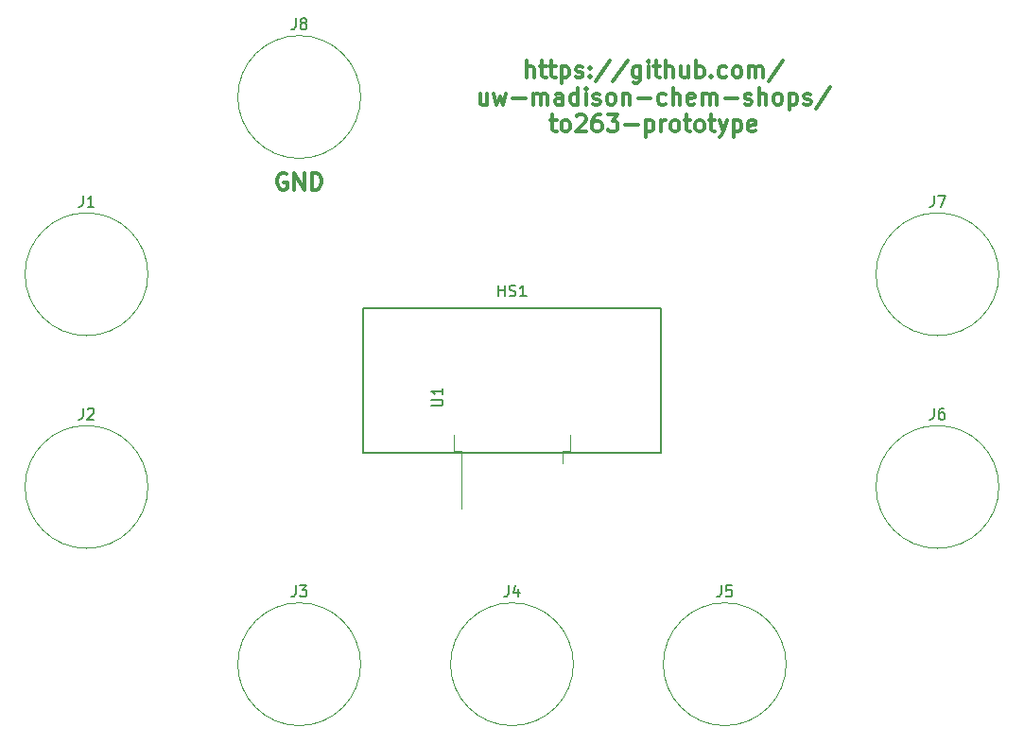
<source format=gbr>
%TF.GenerationSoftware,KiCad,Pcbnew,7.0.9*%
%TF.CreationDate,2023-11-14T16:22:47-06:00*%
%TF.ProjectId,to263-prototype,746f3236-332d-4707-926f-746f74797065,rev?*%
%TF.SameCoordinates,Original*%
%TF.FileFunction,Legend,Top*%
%TF.FilePolarity,Positive*%
%FSLAX46Y46*%
G04 Gerber Fmt 4.6, Leading zero omitted, Abs format (unit mm)*
G04 Created by KiCad (PCBNEW 7.0.9) date 2023-11-14 16:22:47*
%MOMM*%
%LPD*%
G01*
G04 APERTURE LIST*
%ADD10C,0.300000*%
%ADD11C,0.150000*%
%ADD12C,0.120000*%
G04 APERTURE END LIST*
D10*
X90242855Y-49063328D02*
X90242855Y-47563328D01*
X90885713Y-49063328D02*
X90885713Y-48277614D01*
X90885713Y-48277614D02*
X90814284Y-48134757D01*
X90814284Y-48134757D02*
X90671427Y-48063328D01*
X90671427Y-48063328D02*
X90457141Y-48063328D01*
X90457141Y-48063328D02*
X90314284Y-48134757D01*
X90314284Y-48134757D02*
X90242855Y-48206185D01*
X91385713Y-48063328D02*
X91957141Y-48063328D01*
X91599998Y-47563328D02*
X91599998Y-48849042D01*
X91599998Y-48849042D02*
X91671427Y-48991900D01*
X91671427Y-48991900D02*
X91814284Y-49063328D01*
X91814284Y-49063328D02*
X91957141Y-49063328D01*
X92242856Y-48063328D02*
X92814284Y-48063328D01*
X92457141Y-47563328D02*
X92457141Y-48849042D01*
X92457141Y-48849042D02*
X92528570Y-48991900D01*
X92528570Y-48991900D02*
X92671427Y-49063328D01*
X92671427Y-49063328D02*
X92814284Y-49063328D01*
X93314284Y-48063328D02*
X93314284Y-49563328D01*
X93314284Y-48134757D02*
X93457142Y-48063328D01*
X93457142Y-48063328D02*
X93742856Y-48063328D01*
X93742856Y-48063328D02*
X93885713Y-48134757D01*
X93885713Y-48134757D02*
X93957142Y-48206185D01*
X93957142Y-48206185D02*
X94028570Y-48349042D01*
X94028570Y-48349042D02*
X94028570Y-48777614D01*
X94028570Y-48777614D02*
X93957142Y-48920471D01*
X93957142Y-48920471D02*
X93885713Y-48991900D01*
X93885713Y-48991900D02*
X93742856Y-49063328D01*
X93742856Y-49063328D02*
X93457142Y-49063328D01*
X93457142Y-49063328D02*
X93314284Y-48991900D01*
X94599999Y-48991900D02*
X94742856Y-49063328D01*
X94742856Y-49063328D02*
X95028570Y-49063328D01*
X95028570Y-49063328D02*
X95171427Y-48991900D01*
X95171427Y-48991900D02*
X95242856Y-48849042D01*
X95242856Y-48849042D02*
X95242856Y-48777614D01*
X95242856Y-48777614D02*
X95171427Y-48634757D01*
X95171427Y-48634757D02*
X95028570Y-48563328D01*
X95028570Y-48563328D02*
X94814285Y-48563328D01*
X94814285Y-48563328D02*
X94671427Y-48491900D01*
X94671427Y-48491900D02*
X94599999Y-48349042D01*
X94599999Y-48349042D02*
X94599999Y-48277614D01*
X94599999Y-48277614D02*
X94671427Y-48134757D01*
X94671427Y-48134757D02*
X94814285Y-48063328D01*
X94814285Y-48063328D02*
X95028570Y-48063328D01*
X95028570Y-48063328D02*
X95171427Y-48134757D01*
X95885713Y-48920471D02*
X95957142Y-48991900D01*
X95957142Y-48991900D02*
X95885713Y-49063328D01*
X95885713Y-49063328D02*
X95814285Y-48991900D01*
X95814285Y-48991900D02*
X95885713Y-48920471D01*
X95885713Y-48920471D02*
X95885713Y-49063328D01*
X95885713Y-48134757D02*
X95957142Y-48206185D01*
X95957142Y-48206185D02*
X95885713Y-48277614D01*
X95885713Y-48277614D02*
X95814285Y-48206185D01*
X95814285Y-48206185D02*
X95885713Y-48134757D01*
X95885713Y-48134757D02*
X95885713Y-48277614D01*
X97671428Y-47491900D02*
X96385714Y-49420471D01*
X99242857Y-47491900D02*
X97957143Y-49420471D01*
X100385715Y-48063328D02*
X100385715Y-49277614D01*
X100385715Y-49277614D02*
X100314286Y-49420471D01*
X100314286Y-49420471D02*
X100242857Y-49491900D01*
X100242857Y-49491900D02*
X100100000Y-49563328D01*
X100100000Y-49563328D02*
X99885715Y-49563328D01*
X99885715Y-49563328D02*
X99742857Y-49491900D01*
X100385715Y-48991900D02*
X100242857Y-49063328D01*
X100242857Y-49063328D02*
X99957143Y-49063328D01*
X99957143Y-49063328D02*
X99814286Y-48991900D01*
X99814286Y-48991900D02*
X99742857Y-48920471D01*
X99742857Y-48920471D02*
X99671429Y-48777614D01*
X99671429Y-48777614D02*
X99671429Y-48349042D01*
X99671429Y-48349042D02*
X99742857Y-48206185D01*
X99742857Y-48206185D02*
X99814286Y-48134757D01*
X99814286Y-48134757D02*
X99957143Y-48063328D01*
X99957143Y-48063328D02*
X100242857Y-48063328D01*
X100242857Y-48063328D02*
X100385715Y-48134757D01*
X101100000Y-49063328D02*
X101100000Y-48063328D01*
X101100000Y-47563328D02*
X101028572Y-47634757D01*
X101028572Y-47634757D02*
X101100000Y-47706185D01*
X101100000Y-47706185D02*
X101171429Y-47634757D01*
X101171429Y-47634757D02*
X101100000Y-47563328D01*
X101100000Y-47563328D02*
X101100000Y-47706185D01*
X101600001Y-48063328D02*
X102171429Y-48063328D01*
X101814286Y-47563328D02*
X101814286Y-48849042D01*
X101814286Y-48849042D02*
X101885715Y-48991900D01*
X101885715Y-48991900D02*
X102028572Y-49063328D01*
X102028572Y-49063328D02*
X102171429Y-49063328D01*
X102671429Y-49063328D02*
X102671429Y-47563328D01*
X103314287Y-49063328D02*
X103314287Y-48277614D01*
X103314287Y-48277614D02*
X103242858Y-48134757D01*
X103242858Y-48134757D02*
X103100001Y-48063328D01*
X103100001Y-48063328D02*
X102885715Y-48063328D01*
X102885715Y-48063328D02*
X102742858Y-48134757D01*
X102742858Y-48134757D02*
X102671429Y-48206185D01*
X104671430Y-48063328D02*
X104671430Y-49063328D01*
X104028572Y-48063328D02*
X104028572Y-48849042D01*
X104028572Y-48849042D02*
X104100001Y-48991900D01*
X104100001Y-48991900D02*
X104242858Y-49063328D01*
X104242858Y-49063328D02*
X104457144Y-49063328D01*
X104457144Y-49063328D02*
X104600001Y-48991900D01*
X104600001Y-48991900D02*
X104671430Y-48920471D01*
X105385715Y-49063328D02*
X105385715Y-47563328D01*
X105385715Y-48134757D02*
X105528573Y-48063328D01*
X105528573Y-48063328D02*
X105814287Y-48063328D01*
X105814287Y-48063328D02*
X105957144Y-48134757D01*
X105957144Y-48134757D02*
X106028573Y-48206185D01*
X106028573Y-48206185D02*
X106100001Y-48349042D01*
X106100001Y-48349042D02*
X106100001Y-48777614D01*
X106100001Y-48777614D02*
X106028573Y-48920471D01*
X106028573Y-48920471D02*
X105957144Y-48991900D01*
X105957144Y-48991900D02*
X105814287Y-49063328D01*
X105814287Y-49063328D02*
X105528573Y-49063328D01*
X105528573Y-49063328D02*
X105385715Y-48991900D01*
X106742858Y-48920471D02*
X106814287Y-48991900D01*
X106814287Y-48991900D02*
X106742858Y-49063328D01*
X106742858Y-49063328D02*
X106671430Y-48991900D01*
X106671430Y-48991900D02*
X106742858Y-48920471D01*
X106742858Y-48920471D02*
X106742858Y-49063328D01*
X108100002Y-48991900D02*
X107957144Y-49063328D01*
X107957144Y-49063328D02*
X107671430Y-49063328D01*
X107671430Y-49063328D02*
X107528573Y-48991900D01*
X107528573Y-48991900D02*
X107457144Y-48920471D01*
X107457144Y-48920471D02*
X107385716Y-48777614D01*
X107385716Y-48777614D02*
X107385716Y-48349042D01*
X107385716Y-48349042D02*
X107457144Y-48206185D01*
X107457144Y-48206185D02*
X107528573Y-48134757D01*
X107528573Y-48134757D02*
X107671430Y-48063328D01*
X107671430Y-48063328D02*
X107957144Y-48063328D01*
X107957144Y-48063328D02*
X108100002Y-48134757D01*
X108957144Y-49063328D02*
X108814287Y-48991900D01*
X108814287Y-48991900D02*
X108742858Y-48920471D01*
X108742858Y-48920471D02*
X108671430Y-48777614D01*
X108671430Y-48777614D02*
X108671430Y-48349042D01*
X108671430Y-48349042D02*
X108742858Y-48206185D01*
X108742858Y-48206185D02*
X108814287Y-48134757D01*
X108814287Y-48134757D02*
X108957144Y-48063328D01*
X108957144Y-48063328D02*
X109171430Y-48063328D01*
X109171430Y-48063328D02*
X109314287Y-48134757D01*
X109314287Y-48134757D02*
X109385716Y-48206185D01*
X109385716Y-48206185D02*
X109457144Y-48349042D01*
X109457144Y-48349042D02*
X109457144Y-48777614D01*
X109457144Y-48777614D02*
X109385716Y-48920471D01*
X109385716Y-48920471D02*
X109314287Y-48991900D01*
X109314287Y-48991900D02*
X109171430Y-49063328D01*
X109171430Y-49063328D02*
X108957144Y-49063328D01*
X110100001Y-49063328D02*
X110100001Y-48063328D01*
X110100001Y-48206185D02*
X110171430Y-48134757D01*
X110171430Y-48134757D02*
X110314287Y-48063328D01*
X110314287Y-48063328D02*
X110528573Y-48063328D01*
X110528573Y-48063328D02*
X110671430Y-48134757D01*
X110671430Y-48134757D02*
X110742859Y-48277614D01*
X110742859Y-48277614D02*
X110742859Y-49063328D01*
X110742859Y-48277614D02*
X110814287Y-48134757D01*
X110814287Y-48134757D02*
X110957144Y-48063328D01*
X110957144Y-48063328D02*
X111171430Y-48063328D01*
X111171430Y-48063328D02*
X111314287Y-48134757D01*
X111314287Y-48134757D02*
X111385716Y-48277614D01*
X111385716Y-48277614D02*
X111385716Y-49063328D01*
X113171430Y-47491900D02*
X111885716Y-49420471D01*
X86671427Y-50478328D02*
X86671427Y-51478328D01*
X86028569Y-50478328D02*
X86028569Y-51264042D01*
X86028569Y-51264042D02*
X86099998Y-51406900D01*
X86099998Y-51406900D02*
X86242855Y-51478328D01*
X86242855Y-51478328D02*
X86457141Y-51478328D01*
X86457141Y-51478328D02*
X86599998Y-51406900D01*
X86599998Y-51406900D02*
X86671427Y-51335471D01*
X87242855Y-50478328D02*
X87528570Y-51478328D01*
X87528570Y-51478328D02*
X87814284Y-50764042D01*
X87814284Y-50764042D02*
X88099998Y-51478328D01*
X88099998Y-51478328D02*
X88385712Y-50478328D01*
X88957141Y-50906900D02*
X90099999Y-50906900D01*
X90814284Y-51478328D02*
X90814284Y-50478328D01*
X90814284Y-50621185D02*
X90885713Y-50549757D01*
X90885713Y-50549757D02*
X91028570Y-50478328D01*
X91028570Y-50478328D02*
X91242856Y-50478328D01*
X91242856Y-50478328D02*
X91385713Y-50549757D01*
X91385713Y-50549757D02*
X91457142Y-50692614D01*
X91457142Y-50692614D02*
X91457142Y-51478328D01*
X91457142Y-50692614D02*
X91528570Y-50549757D01*
X91528570Y-50549757D02*
X91671427Y-50478328D01*
X91671427Y-50478328D02*
X91885713Y-50478328D01*
X91885713Y-50478328D02*
X92028570Y-50549757D01*
X92028570Y-50549757D02*
X92099999Y-50692614D01*
X92099999Y-50692614D02*
X92099999Y-51478328D01*
X93457142Y-51478328D02*
X93457142Y-50692614D01*
X93457142Y-50692614D02*
X93385713Y-50549757D01*
X93385713Y-50549757D02*
X93242856Y-50478328D01*
X93242856Y-50478328D02*
X92957142Y-50478328D01*
X92957142Y-50478328D02*
X92814284Y-50549757D01*
X93457142Y-51406900D02*
X93314284Y-51478328D01*
X93314284Y-51478328D02*
X92957142Y-51478328D01*
X92957142Y-51478328D02*
X92814284Y-51406900D01*
X92814284Y-51406900D02*
X92742856Y-51264042D01*
X92742856Y-51264042D02*
X92742856Y-51121185D01*
X92742856Y-51121185D02*
X92814284Y-50978328D01*
X92814284Y-50978328D02*
X92957142Y-50906900D01*
X92957142Y-50906900D02*
X93314284Y-50906900D01*
X93314284Y-50906900D02*
X93457142Y-50835471D01*
X94814285Y-51478328D02*
X94814285Y-49978328D01*
X94814285Y-51406900D02*
X94671427Y-51478328D01*
X94671427Y-51478328D02*
X94385713Y-51478328D01*
X94385713Y-51478328D02*
X94242856Y-51406900D01*
X94242856Y-51406900D02*
X94171427Y-51335471D01*
X94171427Y-51335471D02*
X94099999Y-51192614D01*
X94099999Y-51192614D02*
X94099999Y-50764042D01*
X94099999Y-50764042D02*
X94171427Y-50621185D01*
X94171427Y-50621185D02*
X94242856Y-50549757D01*
X94242856Y-50549757D02*
X94385713Y-50478328D01*
X94385713Y-50478328D02*
X94671427Y-50478328D01*
X94671427Y-50478328D02*
X94814285Y-50549757D01*
X95528570Y-51478328D02*
X95528570Y-50478328D01*
X95528570Y-49978328D02*
X95457142Y-50049757D01*
X95457142Y-50049757D02*
X95528570Y-50121185D01*
X95528570Y-50121185D02*
X95599999Y-50049757D01*
X95599999Y-50049757D02*
X95528570Y-49978328D01*
X95528570Y-49978328D02*
X95528570Y-50121185D01*
X96171428Y-51406900D02*
X96314285Y-51478328D01*
X96314285Y-51478328D02*
X96599999Y-51478328D01*
X96599999Y-51478328D02*
X96742856Y-51406900D01*
X96742856Y-51406900D02*
X96814285Y-51264042D01*
X96814285Y-51264042D02*
X96814285Y-51192614D01*
X96814285Y-51192614D02*
X96742856Y-51049757D01*
X96742856Y-51049757D02*
X96599999Y-50978328D01*
X96599999Y-50978328D02*
X96385714Y-50978328D01*
X96385714Y-50978328D02*
X96242856Y-50906900D01*
X96242856Y-50906900D02*
X96171428Y-50764042D01*
X96171428Y-50764042D02*
X96171428Y-50692614D01*
X96171428Y-50692614D02*
X96242856Y-50549757D01*
X96242856Y-50549757D02*
X96385714Y-50478328D01*
X96385714Y-50478328D02*
X96599999Y-50478328D01*
X96599999Y-50478328D02*
X96742856Y-50549757D01*
X97671428Y-51478328D02*
X97528571Y-51406900D01*
X97528571Y-51406900D02*
X97457142Y-51335471D01*
X97457142Y-51335471D02*
X97385714Y-51192614D01*
X97385714Y-51192614D02*
X97385714Y-50764042D01*
X97385714Y-50764042D02*
X97457142Y-50621185D01*
X97457142Y-50621185D02*
X97528571Y-50549757D01*
X97528571Y-50549757D02*
X97671428Y-50478328D01*
X97671428Y-50478328D02*
X97885714Y-50478328D01*
X97885714Y-50478328D02*
X98028571Y-50549757D01*
X98028571Y-50549757D02*
X98100000Y-50621185D01*
X98100000Y-50621185D02*
X98171428Y-50764042D01*
X98171428Y-50764042D02*
X98171428Y-51192614D01*
X98171428Y-51192614D02*
X98100000Y-51335471D01*
X98100000Y-51335471D02*
X98028571Y-51406900D01*
X98028571Y-51406900D02*
X97885714Y-51478328D01*
X97885714Y-51478328D02*
X97671428Y-51478328D01*
X98814285Y-50478328D02*
X98814285Y-51478328D01*
X98814285Y-50621185D02*
X98885714Y-50549757D01*
X98885714Y-50549757D02*
X99028571Y-50478328D01*
X99028571Y-50478328D02*
X99242857Y-50478328D01*
X99242857Y-50478328D02*
X99385714Y-50549757D01*
X99385714Y-50549757D02*
X99457143Y-50692614D01*
X99457143Y-50692614D02*
X99457143Y-51478328D01*
X100171428Y-50906900D02*
X101314286Y-50906900D01*
X102671429Y-51406900D02*
X102528571Y-51478328D01*
X102528571Y-51478328D02*
X102242857Y-51478328D01*
X102242857Y-51478328D02*
X102100000Y-51406900D01*
X102100000Y-51406900D02*
X102028571Y-51335471D01*
X102028571Y-51335471D02*
X101957143Y-51192614D01*
X101957143Y-51192614D02*
X101957143Y-50764042D01*
X101957143Y-50764042D02*
X102028571Y-50621185D01*
X102028571Y-50621185D02*
X102100000Y-50549757D01*
X102100000Y-50549757D02*
X102242857Y-50478328D01*
X102242857Y-50478328D02*
X102528571Y-50478328D01*
X102528571Y-50478328D02*
X102671429Y-50549757D01*
X103314285Y-51478328D02*
X103314285Y-49978328D01*
X103957143Y-51478328D02*
X103957143Y-50692614D01*
X103957143Y-50692614D02*
X103885714Y-50549757D01*
X103885714Y-50549757D02*
X103742857Y-50478328D01*
X103742857Y-50478328D02*
X103528571Y-50478328D01*
X103528571Y-50478328D02*
X103385714Y-50549757D01*
X103385714Y-50549757D02*
X103314285Y-50621185D01*
X105242857Y-51406900D02*
X105100000Y-51478328D01*
X105100000Y-51478328D02*
X104814286Y-51478328D01*
X104814286Y-51478328D02*
X104671428Y-51406900D01*
X104671428Y-51406900D02*
X104600000Y-51264042D01*
X104600000Y-51264042D02*
X104600000Y-50692614D01*
X104600000Y-50692614D02*
X104671428Y-50549757D01*
X104671428Y-50549757D02*
X104814286Y-50478328D01*
X104814286Y-50478328D02*
X105100000Y-50478328D01*
X105100000Y-50478328D02*
X105242857Y-50549757D01*
X105242857Y-50549757D02*
X105314286Y-50692614D01*
X105314286Y-50692614D02*
X105314286Y-50835471D01*
X105314286Y-50835471D02*
X104600000Y-50978328D01*
X105957142Y-51478328D02*
X105957142Y-50478328D01*
X105957142Y-50621185D02*
X106028571Y-50549757D01*
X106028571Y-50549757D02*
X106171428Y-50478328D01*
X106171428Y-50478328D02*
X106385714Y-50478328D01*
X106385714Y-50478328D02*
X106528571Y-50549757D01*
X106528571Y-50549757D02*
X106600000Y-50692614D01*
X106600000Y-50692614D02*
X106600000Y-51478328D01*
X106600000Y-50692614D02*
X106671428Y-50549757D01*
X106671428Y-50549757D02*
X106814285Y-50478328D01*
X106814285Y-50478328D02*
X107028571Y-50478328D01*
X107028571Y-50478328D02*
X107171428Y-50549757D01*
X107171428Y-50549757D02*
X107242857Y-50692614D01*
X107242857Y-50692614D02*
X107242857Y-51478328D01*
X107957142Y-50906900D02*
X109100000Y-50906900D01*
X109742857Y-51406900D02*
X109885714Y-51478328D01*
X109885714Y-51478328D02*
X110171428Y-51478328D01*
X110171428Y-51478328D02*
X110314285Y-51406900D01*
X110314285Y-51406900D02*
X110385714Y-51264042D01*
X110385714Y-51264042D02*
X110385714Y-51192614D01*
X110385714Y-51192614D02*
X110314285Y-51049757D01*
X110314285Y-51049757D02*
X110171428Y-50978328D01*
X110171428Y-50978328D02*
X109957143Y-50978328D01*
X109957143Y-50978328D02*
X109814285Y-50906900D01*
X109814285Y-50906900D02*
X109742857Y-50764042D01*
X109742857Y-50764042D02*
X109742857Y-50692614D01*
X109742857Y-50692614D02*
X109814285Y-50549757D01*
X109814285Y-50549757D02*
X109957143Y-50478328D01*
X109957143Y-50478328D02*
X110171428Y-50478328D01*
X110171428Y-50478328D02*
X110314285Y-50549757D01*
X111028571Y-51478328D02*
X111028571Y-49978328D01*
X111671429Y-51478328D02*
X111671429Y-50692614D01*
X111671429Y-50692614D02*
X111600000Y-50549757D01*
X111600000Y-50549757D02*
X111457143Y-50478328D01*
X111457143Y-50478328D02*
X111242857Y-50478328D01*
X111242857Y-50478328D02*
X111100000Y-50549757D01*
X111100000Y-50549757D02*
X111028571Y-50621185D01*
X112600000Y-51478328D02*
X112457143Y-51406900D01*
X112457143Y-51406900D02*
X112385714Y-51335471D01*
X112385714Y-51335471D02*
X112314286Y-51192614D01*
X112314286Y-51192614D02*
X112314286Y-50764042D01*
X112314286Y-50764042D02*
X112385714Y-50621185D01*
X112385714Y-50621185D02*
X112457143Y-50549757D01*
X112457143Y-50549757D02*
X112600000Y-50478328D01*
X112600000Y-50478328D02*
X112814286Y-50478328D01*
X112814286Y-50478328D02*
X112957143Y-50549757D01*
X112957143Y-50549757D02*
X113028572Y-50621185D01*
X113028572Y-50621185D02*
X113100000Y-50764042D01*
X113100000Y-50764042D02*
X113100000Y-51192614D01*
X113100000Y-51192614D02*
X113028572Y-51335471D01*
X113028572Y-51335471D02*
X112957143Y-51406900D01*
X112957143Y-51406900D02*
X112814286Y-51478328D01*
X112814286Y-51478328D02*
X112600000Y-51478328D01*
X113742857Y-50478328D02*
X113742857Y-51978328D01*
X113742857Y-50549757D02*
X113885715Y-50478328D01*
X113885715Y-50478328D02*
X114171429Y-50478328D01*
X114171429Y-50478328D02*
X114314286Y-50549757D01*
X114314286Y-50549757D02*
X114385715Y-50621185D01*
X114385715Y-50621185D02*
X114457143Y-50764042D01*
X114457143Y-50764042D02*
X114457143Y-51192614D01*
X114457143Y-51192614D02*
X114385715Y-51335471D01*
X114385715Y-51335471D02*
X114314286Y-51406900D01*
X114314286Y-51406900D02*
X114171429Y-51478328D01*
X114171429Y-51478328D02*
X113885715Y-51478328D01*
X113885715Y-51478328D02*
X113742857Y-51406900D01*
X115028572Y-51406900D02*
X115171429Y-51478328D01*
X115171429Y-51478328D02*
X115457143Y-51478328D01*
X115457143Y-51478328D02*
X115600000Y-51406900D01*
X115600000Y-51406900D02*
X115671429Y-51264042D01*
X115671429Y-51264042D02*
X115671429Y-51192614D01*
X115671429Y-51192614D02*
X115600000Y-51049757D01*
X115600000Y-51049757D02*
X115457143Y-50978328D01*
X115457143Y-50978328D02*
X115242858Y-50978328D01*
X115242858Y-50978328D02*
X115100000Y-50906900D01*
X115100000Y-50906900D02*
X115028572Y-50764042D01*
X115028572Y-50764042D02*
X115028572Y-50692614D01*
X115028572Y-50692614D02*
X115100000Y-50549757D01*
X115100000Y-50549757D02*
X115242858Y-50478328D01*
X115242858Y-50478328D02*
X115457143Y-50478328D01*
X115457143Y-50478328D02*
X115600000Y-50549757D01*
X117385715Y-49906900D02*
X116100001Y-51835471D01*
X92314286Y-52893328D02*
X92885714Y-52893328D01*
X92528571Y-52393328D02*
X92528571Y-53679042D01*
X92528571Y-53679042D02*
X92600000Y-53821900D01*
X92600000Y-53821900D02*
X92742857Y-53893328D01*
X92742857Y-53893328D02*
X92885714Y-53893328D01*
X93600000Y-53893328D02*
X93457143Y-53821900D01*
X93457143Y-53821900D02*
X93385714Y-53750471D01*
X93385714Y-53750471D02*
X93314286Y-53607614D01*
X93314286Y-53607614D02*
X93314286Y-53179042D01*
X93314286Y-53179042D02*
X93385714Y-53036185D01*
X93385714Y-53036185D02*
X93457143Y-52964757D01*
X93457143Y-52964757D02*
X93600000Y-52893328D01*
X93600000Y-52893328D02*
X93814286Y-52893328D01*
X93814286Y-52893328D02*
X93957143Y-52964757D01*
X93957143Y-52964757D02*
X94028572Y-53036185D01*
X94028572Y-53036185D02*
X94100000Y-53179042D01*
X94100000Y-53179042D02*
X94100000Y-53607614D01*
X94100000Y-53607614D02*
X94028572Y-53750471D01*
X94028572Y-53750471D02*
X93957143Y-53821900D01*
X93957143Y-53821900D02*
X93814286Y-53893328D01*
X93814286Y-53893328D02*
X93600000Y-53893328D01*
X94671429Y-52536185D02*
X94742857Y-52464757D01*
X94742857Y-52464757D02*
X94885715Y-52393328D01*
X94885715Y-52393328D02*
X95242857Y-52393328D01*
X95242857Y-52393328D02*
X95385715Y-52464757D01*
X95385715Y-52464757D02*
X95457143Y-52536185D01*
X95457143Y-52536185D02*
X95528572Y-52679042D01*
X95528572Y-52679042D02*
X95528572Y-52821900D01*
X95528572Y-52821900D02*
X95457143Y-53036185D01*
X95457143Y-53036185D02*
X94600000Y-53893328D01*
X94600000Y-53893328D02*
X95528572Y-53893328D01*
X96814286Y-52393328D02*
X96528571Y-52393328D01*
X96528571Y-52393328D02*
X96385714Y-52464757D01*
X96385714Y-52464757D02*
X96314286Y-52536185D01*
X96314286Y-52536185D02*
X96171428Y-52750471D01*
X96171428Y-52750471D02*
X96100000Y-53036185D01*
X96100000Y-53036185D02*
X96100000Y-53607614D01*
X96100000Y-53607614D02*
X96171428Y-53750471D01*
X96171428Y-53750471D02*
X96242857Y-53821900D01*
X96242857Y-53821900D02*
X96385714Y-53893328D01*
X96385714Y-53893328D02*
X96671428Y-53893328D01*
X96671428Y-53893328D02*
X96814286Y-53821900D01*
X96814286Y-53821900D02*
X96885714Y-53750471D01*
X96885714Y-53750471D02*
X96957143Y-53607614D01*
X96957143Y-53607614D02*
X96957143Y-53250471D01*
X96957143Y-53250471D02*
X96885714Y-53107614D01*
X96885714Y-53107614D02*
X96814286Y-53036185D01*
X96814286Y-53036185D02*
X96671428Y-52964757D01*
X96671428Y-52964757D02*
X96385714Y-52964757D01*
X96385714Y-52964757D02*
X96242857Y-53036185D01*
X96242857Y-53036185D02*
X96171428Y-53107614D01*
X96171428Y-53107614D02*
X96100000Y-53250471D01*
X97457142Y-52393328D02*
X98385714Y-52393328D01*
X98385714Y-52393328D02*
X97885714Y-52964757D01*
X97885714Y-52964757D02*
X98099999Y-52964757D01*
X98099999Y-52964757D02*
X98242857Y-53036185D01*
X98242857Y-53036185D02*
X98314285Y-53107614D01*
X98314285Y-53107614D02*
X98385714Y-53250471D01*
X98385714Y-53250471D02*
X98385714Y-53607614D01*
X98385714Y-53607614D02*
X98314285Y-53750471D01*
X98314285Y-53750471D02*
X98242857Y-53821900D01*
X98242857Y-53821900D02*
X98099999Y-53893328D01*
X98099999Y-53893328D02*
X97671428Y-53893328D01*
X97671428Y-53893328D02*
X97528571Y-53821900D01*
X97528571Y-53821900D02*
X97457142Y-53750471D01*
X99028570Y-53321900D02*
X100171428Y-53321900D01*
X100885713Y-52893328D02*
X100885713Y-54393328D01*
X100885713Y-52964757D02*
X101028571Y-52893328D01*
X101028571Y-52893328D02*
X101314285Y-52893328D01*
X101314285Y-52893328D02*
X101457142Y-52964757D01*
X101457142Y-52964757D02*
X101528571Y-53036185D01*
X101528571Y-53036185D02*
X101599999Y-53179042D01*
X101599999Y-53179042D02*
X101599999Y-53607614D01*
X101599999Y-53607614D02*
X101528571Y-53750471D01*
X101528571Y-53750471D02*
X101457142Y-53821900D01*
X101457142Y-53821900D02*
X101314285Y-53893328D01*
X101314285Y-53893328D02*
X101028571Y-53893328D01*
X101028571Y-53893328D02*
X100885713Y-53821900D01*
X102242856Y-53893328D02*
X102242856Y-52893328D01*
X102242856Y-53179042D02*
X102314285Y-53036185D01*
X102314285Y-53036185D02*
X102385714Y-52964757D01*
X102385714Y-52964757D02*
X102528571Y-52893328D01*
X102528571Y-52893328D02*
X102671428Y-52893328D01*
X103385713Y-53893328D02*
X103242856Y-53821900D01*
X103242856Y-53821900D02*
X103171427Y-53750471D01*
X103171427Y-53750471D02*
X103099999Y-53607614D01*
X103099999Y-53607614D02*
X103099999Y-53179042D01*
X103099999Y-53179042D02*
X103171427Y-53036185D01*
X103171427Y-53036185D02*
X103242856Y-52964757D01*
X103242856Y-52964757D02*
X103385713Y-52893328D01*
X103385713Y-52893328D02*
X103599999Y-52893328D01*
X103599999Y-52893328D02*
X103742856Y-52964757D01*
X103742856Y-52964757D02*
X103814285Y-53036185D01*
X103814285Y-53036185D02*
X103885713Y-53179042D01*
X103885713Y-53179042D02*
X103885713Y-53607614D01*
X103885713Y-53607614D02*
X103814285Y-53750471D01*
X103814285Y-53750471D02*
X103742856Y-53821900D01*
X103742856Y-53821900D02*
X103599999Y-53893328D01*
X103599999Y-53893328D02*
X103385713Y-53893328D01*
X104314285Y-52893328D02*
X104885713Y-52893328D01*
X104528570Y-52393328D02*
X104528570Y-53679042D01*
X104528570Y-53679042D02*
X104599999Y-53821900D01*
X104599999Y-53821900D02*
X104742856Y-53893328D01*
X104742856Y-53893328D02*
X104885713Y-53893328D01*
X105599999Y-53893328D02*
X105457142Y-53821900D01*
X105457142Y-53821900D02*
X105385713Y-53750471D01*
X105385713Y-53750471D02*
X105314285Y-53607614D01*
X105314285Y-53607614D02*
X105314285Y-53179042D01*
X105314285Y-53179042D02*
X105385713Y-53036185D01*
X105385713Y-53036185D02*
X105457142Y-52964757D01*
X105457142Y-52964757D02*
X105599999Y-52893328D01*
X105599999Y-52893328D02*
X105814285Y-52893328D01*
X105814285Y-52893328D02*
X105957142Y-52964757D01*
X105957142Y-52964757D02*
X106028571Y-53036185D01*
X106028571Y-53036185D02*
X106099999Y-53179042D01*
X106099999Y-53179042D02*
X106099999Y-53607614D01*
X106099999Y-53607614D02*
X106028571Y-53750471D01*
X106028571Y-53750471D02*
X105957142Y-53821900D01*
X105957142Y-53821900D02*
X105814285Y-53893328D01*
X105814285Y-53893328D02*
X105599999Y-53893328D01*
X106528571Y-52893328D02*
X107099999Y-52893328D01*
X106742856Y-52393328D02*
X106742856Y-53679042D01*
X106742856Y-53679042D02*
X106814285Y-53821900D01*
X106814285Y-53821900D02*
X106957142Y-53893328D01*
X106957142Y-53893328D02*
X107099999Y-53893328D01*
X107457142Y-52893328D02*
X107814285Y-53893328D01*
X108171428Y-52893328D02*
X107814285Y-53893328D01*
X107814285Y-53893328D02*
X107671428Y-54250471D01*
X107671428Y-54250471D02*
X107599999Y-54321900D01*
X107599999Y-54321900D02*
X107457142Y-54393328D01*
X108742856Y-52893328D02*
X108742856Y-54393328D01*
X108742856Y-52964757D02*
X108885714Y-52893328D01*
X108885714Y-52893328D02*
X109171428Y-52893328D01*
X109171428Y-52893328D02*
X109314285Y-52964757D01*
X109314285Y-52964757D02*
X109385714Y-53036185D01*
X109385714Y-53036185D02*
X109457142Y-53179042D01*
X109457142Y-53179042D02*
X109457142Y-53607614D01*
X109457142Y-53607614D02*
X109385714Y-53750471D01*
X109385714Y-53750471D02*
X109314285Y-53821900D01*
X109314285Y-53821900D02*
X109171428Y-53893328D01*
X109171428Y-53893328D02*
X108885714Y-53893328D01*
X108885714Y-53893328D02*
X108742856Y-53821900D01*
X110671428Y-53821900D02*
X110528571Y-53893328D01*
X110528571Y-53893328D02*
X110242857Y-53893328D01*
X110242857Y-53893328D02*
X110099999Y-53821900D01*
X110099999Y-53821900D02*
X110028571Y-53679042D01*
X110028571Y-53679042D02*
X110028571Y-53107614D01*
X110028571Y-53107614D02*
X110099999Y-52964757D01*
X110099999Y-52964757D02*
X110242857Y-52893328D01*
X110242857Y-52893328D02*
X110528571Y-52893328D01*
X110528571Y-52893328D02*
X110671428Y-52964757D01*
X110671428Y-52964757D02*
X110742857Y-53107614D01*
X110742857Y-53107614D02*
X110742857Y-53250471D01*
X110742857Y-53250471D02*
X110028571Y-53393328D01*
X68707143Y-57669757D02*
X68564286Y-57598328D01*
X68564286Y-57598328D02*
X68350000Y-57598328D01*
X68350000Y-57598328D02*
X68135714Y-57669757D01*
X68135714Y-57669757D02*
X67992857Y-57812614D01*
X67992857Y-57812614D02*
X67921428Y-57955471D01*
X67921428Y-57955471D02*
X67850000Y-58241185D01*
X67850000Y-58241185D02*
X67850000Y-58455471D01*
X67850000Y-58455471D02*
X67921428Y-58741185D01*
X67921428Y-58741185D02*
X67992857Y-58884042D01*
X67992857Y-58884042D02*
X68135714Y-59026900D01*
X68135714Y-59026900D02*
X68350000Y-59098328D01*
X68350000Y-59098328D02*
X68492857Y-59098328D01*
X68492857Y-59098328D02*
X68707143Y-59026900D01*
X68707143Y-59026900D02*
X68778571Y-58955471D01*
X68778571Y-58955471D02*
X68778571Y-58455471D01*
X68778571Y-58455471D02*
X68492857Y-58455471D01*
X69421428Y-59098328D02*
X69421428Y-57598328D01*
X69421428Y-57598328D02*
X70278571Y-59098328D01*
X70278571Y-59098328D02*
X70278571Y-57598328D01*
X70992857Y-59098328D02*
X70992857Y-57598328D01*
X70992857Y-57598328D02*
X71350000Y-57598328D01*
X71350000Y-57598328D02*
X71564286Y-57669757D01*
X71564286Y-57669757D02*
X71707143Y-57812614D01*
X71707143Y-57812614D02*
X71778572Y-57955471D01*
X71778572Y-57955471D02*
X71850000Y-58241185D01*
X71850000Y-58241185D02*
X71850000Y-58455471D01*
X71850000Y-58455471D02*
X71778572Y-58741185D01*
X71778572Y-58741185D02*
X71707143Y-58884042D01*
X71707143Y-58884042D02*
X71564286Y-59026900D01*
X71564286Y-59026900D02*
X71350000Y-59098328D01*
X71350000Y-59098328D02*
X70992857Y-59098328D01*
D11*
X69516666Y-43754819D02*
X69516666Y-44469104D01*
X69516666Y-44469104D02*
X69469047Y-44611961D01*
X69469047Y-44611961D02*
X69373809Y-44707200D01*
X69373809Y-44707200D02*
X69230952Y-44754819D01*
X69230952Y-44754819D02*
X69135714Y-44754819D01*
X70135714Y-44183390D02*
X70040476Y-44135771D01*
X70040476Y-44135771D02*
X69992857Y-44088152D01*
X69992857Y-44088152D02*
X69945238Y-43992914D01*
X69945238Y-43992914D02*
X69945238Y-43945295D01*
X69945238Y-43945295D02*
X69992857Y-43850057D01*
X69992857Y-43850057D02*
X70040476Y-43802438D01*
X70040476Y-43802438D02*
X70135714Y-43754819D01*
X70135714Y-43754819D02*
X70326190Y-43754819D01*
X70326190Y-43754819D02*
X70421428Y-43802438D01*
X70421428Y-43802438D02*
X70469047Y-43850057D01*
X70469047Y-43850057D02*
X70516666Y-43945295D01*
X70516666Y-43945295D02*
X70516666Y-43992914D01*
X70516666Y-43992914D02*
X70469047Y-44088152D01*
X70469047Y-44088152D02*
X70421428Y-44135771D01*
X70421428Y-44135771D02*
X70326190Y-44183390D01*
X70326190Y-44183390D02*
X70135714Y-44183390D01*
X70135714Y-44183390D02*
X70040476Y-44231009D01*
X70040476Y-44231009D02*
X69992857Y-44278628D01*
X69992857Y-44278628D02*
X69945238Y-44373866D01*
X69945238Y-44373866D02*
X69945238Y-44564342D01*
X69945238Y-44564342D02*
X69992857Y-44659580D01*
X69992857Y-44659580D02*
X70040476Y-44707200D01*
X70040476Y-44707200D02*
X70135714Y-44754819D01*
X70135714Y-44754819D02*
X70326190Y-44754819D01*
X70326190Y-44754819D02*
X70421428Y-44707200D01*
X70421428Y-44707200D02*
X70469047Y-44659580D01*
X70469047Y-44659580D02*
X70516666Y-44564342D01*
X70516666Y-44564342D02*
X70516666Y-44373866D01*
X70516666Y-44373866D02*
X70469047Y-44278628D01*
X70469047Y-44278628D02*
X70421428Y-44231009D01*
X70421428Y-44231009D02*
X70326190Y-44183390D01*
X88566666Y-94554819D02*
X88566666Y-95269104D01*
X88566666Y-95269104D02*
X88519047Y-95411961D01*
X88519047Y-95411961D02*
X88423809Y-95507200D01*
X88423809Y-95507200D02*
X88280952Y-95554819D01*
X88280952Y-95554819D02*
X88185714Y-95554819D01*
X89471428Y-94888152D02*
X89471428Y-95554819D01*
X89233333Y-94507200D02*
X88995238Y-95221485D01*
X88995238Y-95221485D02*
X89614285Y-95221485D01*
X50466666Y-59629819D02*
X50466666Y-60344104D01*
X50466666Y-60344104D02*
X50419047Y-60486961D01*
X50419047Y-60486961D02*
X50323809Y-60582200D01*
X50323809Y-60582200D02*
X50180952Y-60629819D01*
X50180952Y-60629819D02*
X50085714Y-60629819D01*
X51466666Y-60629819D02*
X50895238Y-60629819D01*
X51180952Y-60629819D02*
X51180952Y-59629819D01*
X51180952Y-59629819D02*
X51085714Y-59772676D01*
X51085714Y-59772676D02*
X50990476Y-59867914D01*
X50990476Y-59867914D02*
X50895238Y-59915533D01*
X69516666Y-94554819D02*
X69516666Y-95269104D01*
X69516666Y-95269104D02*
X69469047Y-95411961D01*
X69469047Y-95411961D02*
X69373809Y-95507200D01*
X69373809Y-95507200D02*
X69230952Y-95554819D01*
X69230952Y-95554819D02*
X69135714Y-95554819D01*
X69897619Y-94554819D02*
X70516666Y-94554819D01*
X70516666Y-94554819D02*
X70183333Y-94935771D01*
X70183333Y-94935771D02*
X70326190Y-94935771D01*
X70326190Y-94935771D02*
X70421428Y-94983390D01*
X70421428Y-94983390D02*
X70469047Y-95031009D01*
X70469047Y-95031009D02*
X70516666Y-95126247D01*
X70516666Y-95126247D02*
X70516666Y-95364342D01*
X70516666Y-95364342D02*
X70469047Y-95459580D01*
X70469047Y-95459580D02*
X70421428Y-95507200D01*
X70421428Y-95507200D02*
X70326190Y-95554819D01*
X70326190Y-95554819D02*
X70040476Y-95554819D01*
X70040476Y-95554819D02*
X69945238Y-95507200D01*
X69945238Y-95507200D02*
X69897619Y-95459580D01*
X126666666Y-78679819D02*
X126666666Y-79394104D01*
X126666666Y-79394104D02*
X126619047Y-79536961D01*
X126619047Y-79536961D02*
X126523809Y-79632200D01*
X126523809Y-79632200D02*
X126380952Y-79679819D01*
X126380952Y-79679819D02*
X126285714Y-79679819D01*
X127571428Y-78679819D02*
X127380952Y-78679819D01*
X127380952Y-78679819D02*
X127285714Y-78727438D01*
X127285714Y-78727438D02*
X127238095Y-78775057D01*
X127238095Y-78775057D02*
X127142857Y-78917914D01*
X127142857Y-78917914D02*
X127095238Y-79108390D01*
X127095238Y-79108390D02*
X127095238Y-79489342D01*
X127095238Y-79489342D02*
X127142857Y-79584580D01*
X127142857Y-79584580D02*
X127190476Y-79632200D01*
X127190476Y-79632200D02*
X127285714Y-79679819D01*
X127285714Y-79679819D02*
X127476190Y-79679819D01*
X127476190Y-79679819D02*
X127571428Y-79632200D01*
X127571428Y-79632200D02*
X127619047Y-79584580D01*
X127619047Y-79584580D02*
X127666666Y-79489342D01*
X127666666Y-79489342D02*
X127666666Y-79251247D01*
X127666666Y-79251247D02*
X127619047Y-79156009D01*
X127619047Y-79156009D02*
X127571428Y-79108390D01*
X127571428Y-79108390D02*
X127476190Y-79060771D01*
X127476190Y-79060771D02*
X127285714Y-79060771D01*
X127285714Y-79060771D02*
X127190476Y-79108390D01*
X127190476Y-79108390D02*
X127142857Y-79156009D01*
X127142857Y-79156009D02*
X127095238Y-79251247D01*
X107616666Y-94554819D02*
X107616666Y-95269104D01*
X107616666Y-95269104D02*
X107569047Y-95411961D01*
X107569047Y-95411961D02*
X107473809Y-95507200D01*
X107473809Y-95507200D02*
X107330952Y-95554819D01*
X107330952Y-95554819D02*
X107235714Y-95554819D01*
X108569047Y-94554819D02*
X108092857Y-94554819D01*
X108092857Y-94554819D02*
X108045238Y-95031009D01*
X108045238Y-95031009D02*
X108092857Y-94983390D01*
X108092857Y-94983390D02*
X108188095Y-94935771D01*
X108188095Y-94935771D02*
X108426190Y-94935771D01*
X108426190Y-94935771D02*
X108521428Y-94983390D01*
X108521428Y-94983390D02*
X108569047Y-95031009D01*
X108569047Y-95031009D02*
X108616666Y-95126247D01*
X108616666Y-95126247D02*
X108616666Y-95364342D01*
X108616666Y-95364342D02*
X108569047Y-95459580D01*
X108569047Y-95459580D02*
X108521428Y-95507200D01*
X108521428Y-95507200D02*
X108426190Y-95554819D01*
X108426190Y-95554819D02*
X108188095Y-95554819D01*
X108188095Y-95554819D02*
X108092857Y-95507200D01*
X108092857Y-95507200D02*
X108045238Y-95459580D01*
X87661905Y-68654819D02*
X87661905Y-67654819D01*
X87661905Y-68131009D02*
X88233333Y-68131009D01*
X88233333Y-68654819D02*
X88233333Y-67654819D01*
X88661905Y-68607200D02*
X88804762Y-68654819D01*
X88804762Y-68654819D02*
X89042857Y-68654819D01*
X89042857Y-68654819D02*
X89138095Y-68607200D01*
X89138095Y-68607200D02*
X89185714Y-68559580D01*
X89185714Y-68559580D02*
X89233333Y-68464342D01*
X89233333Y-68464342D02*
X89233333Y-68369104D01*
X89233333Y-68369104D02*
X89185714Y-68273866D01*
X89185714Y-68273866D02*
X89138095Y-68226247D01*
X89138095Y-68226247D02*
X89042857Y-68178628D01*
X89042857Y-68178628D02*
X88852381Y-68131009D01*
X88852381Y-68131009D02*
X88757143Y-68083390D01*
X88757143Y-68083390D02*
X88709524Y-68035771D01*
X88709524Y-68035771D02*
X88661905Y-67940533D01*
X88661905Y-67940533D02*
X88661905Y-67845295D01*
X88661905Y-67845295D02*
X88709524Y-67750057D01*
X88709524Y-67750057D02*
X88757143Y-67702438D01*
X88757143Y-67702438D02*
X88852381Y-67654819D01*
X88852381Y-67654819D02*
X89090476Y-67654819D01*
X89090476Y-67654819D02*
X89233333Y-67702438D01*
X90185714Y-68654819D02*
X89614286Y-68654819D01*
X89900000Y-68654819D02*
X89900000Y-67654819D01*
X89900000Y-67654819D02*
X89804762Y-67797676D01*
X89804762Y-67797676D02*
X89709524Y-67892914D01*
X89709524Y-67892914D02*
X89614286Y-67940533D01*
X50466666Y-78679819D02*
X50466666Y-79394104D01*
X50466666Y-79394104D02*
X50419047Y-79536961D01*
X50419047Y-79536961D02*
X50323809Y-79632200D01*
X50323809Y-79632200D02*
X50180952Y-79679819D01*
X50180952Y-79679819D02*
X50085714Y-79679819D01*
X50895238Y-78775057D02*
X50942857Y-78727438D01*
X50942857Y-78727438D02*
X51038095Y-78679819D01*
X51038095Y-78679819D02*
X51276190Y-78679819D01*
X51276190Y-78679819D02*
X51371428Y-78727438D01*
X51371428Y-78727438D02*
X51419047Y-78775057D01*
X51419047Y-78775057D02*
X51466666Y-78870295D01*
X51466666Y-78870295D02*
X51466666Y-78965533D01*
X51466666Y-78965533D02*
X51419047Y-79108390D01*
X51419047Y-79108390D02*
X50847619Y-79679819D01*
X50847619Y-79679819D02*
X51466666Y-79679819D01*
X126666666Y-59629819D02*
X126666666Y-60344104D01*
X126666666Y-60344104D02*
X126619047Y-60486961D01*
X126619047Y-60486961D02*
X126523809Y-60582200D01*
X126523809Y-60582200D02*
X126380952Y-60629819D01*
X126380952Y-60629819D02*
X126285714Y-60629819D01*
X127047619Y-59629819D02*
X127714285Y-59629819D01*
X127714285Y-59629819D02*
X127285714Y-60629819D01*
X81704819Y-78461904D02*
X82514342Y-78461904D01*
X82514342Y-78461904D02*
X82609580Y-78414285D01*
X82609580Y-78414285D02*
X82657200Y-78366666D01*
X82657200Y-78366666D02*
X82704819Y-78271428D01*
X82704819Y-78271428D02*
X82704819Y-78080952D01*
X82704819Y-78080952D02*
X82657200Y-77985714D01*
X82657200Y-77985714D02*
X82609580Y-77938095D01*
X82609580Y-77938095D02*
X82514342Y-77890476D01*
X82514342Y-77890476D02*
X81704819Y-77890476D01*
X82704819Y-76890476D02*
X82704819Y-77461904D01*
X82704819Y-77176190D02*
X81704819Y-77176190D01*
X81704819Y-77176190D02*
X81847676Y-77271428D01*
X81847676Y-77271428D02*
X81942914Y-77366666D01*
X81942914Y-77366666D02*
X81990533Y-77461904D01*
D12*
%TO.C,J8*%
X75350000Y-50800000D02*
G75*
G03*
X75350000Y-50800000I-5500000J0D01*
G01*
%TO.C,J4*%
X94400000Y-101600000D02*
G75*
G03*
X94400000Y-101600000I-5500000J0D01*
G01*
%TO.C,J1*%
X56300000Y-66675000D02*
G75*
G03*
X56300000Y-66675000I-5500000J0D01*
G01*
%TO.C,J3*%
X75350000Y-101600000D02*
G75*
G03*
X75350000Y-101600000I-5500000J0D01*
G01*
%TO.C,J6*%
X132500000Y-85725000D02*
G75*
G03*
X132500000Y-85725000I-5500000J0D01*
G01*
%TO.C,J5*%
X113450000Y-101600000D02*
G75*
G03*
X113450000Y-101600000I-5500000J0D01*
G01*
D11*
%TO.C,HS1*%
X75600000Y-69700000D02*
X102200000Y-69700000D01*
X75600000Y-82700000D02*
X75600000Y-69700000D01*
X75600000Y-82700000D02*
X102200000Y-82700000D01*
X102200000Y-69700000D02*
X102200000Y-82700000D01*
D12*
%TO.C,J2*%
X56300000Y-85725000D02*
G75*
G03*
X56300000Y-85725000I-5500000J0D01*
G01*
%TO.C,J7*%
X132500000Y-66675000D02*
G75*
G03*
X132500000Y-66675000I-5500000J0D01*
G01*
%TO.C,U1*%
X83700000Y-82525000D02*
X84390000Y-82525000D01*
X84390000Y-82525000D02*
X84390000Y-87650000D01*
X93410000Y-82525000D02*
X93410000Y-83625000D01*
X94100000Y-82525000D02*
X93410000Y-82525000D01*
X83700000Y-81025000D02*
X83700000Y-82525000D01*
X94100000Y-81025000D02*
X94100000Y-82525000D01*
%TD*%
M02*

</source>
